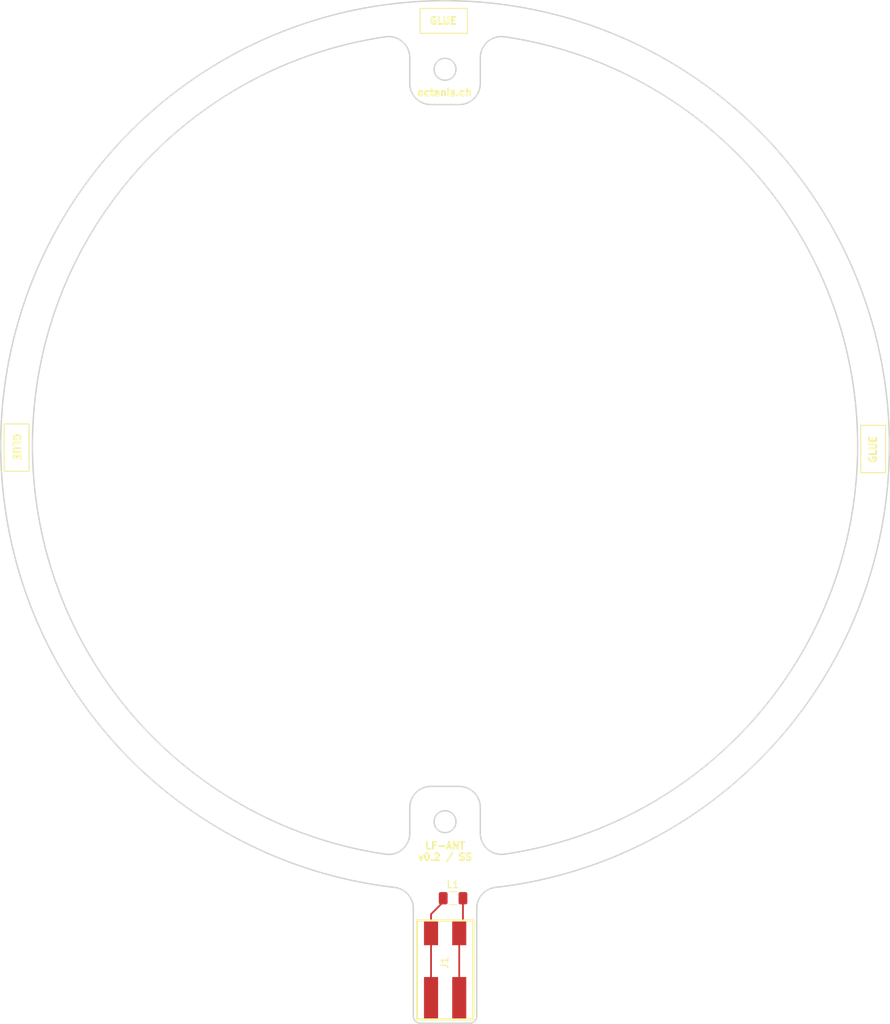
<source format=kicad_pcb>
(kicad_pcb (version 20171130) (host pcbnew "(5.1.6-0-10_14)")

  (general
    (thickness 0.8)
    (drawings 43)
    (tracks 7)
    (zones 0)
    (modules 2)
    (nets 3)
  )

  (page A4)
  (layers
    (0 F.Cu signal)
    (31 B.Cu signal)
    (32 B.Adhes user)
    (33 F.Adhes user)
    (34 B.Paste user)
    (35 F.Paste user)
    (36 B.SilkS user)
    (37 F.SilkS user)
    (38 B.Mask user)
    (39 F.Mask user)
    (40 Dwgs.User user)
    (41 Cmts.User user)
    (42 Eco1.User user)
    (43 Eco2.User user)
    (44 Edge.Cuts user)
    (45 Margin user)
    (46 B.CrtYd user)
    (47 F.CrtYd user)
    (48 B.Fab user)
    (49 F.Fab user)
  )

  (setup
    (last_trace_width 0.25)
    (trace_clearance 0.2)
    (zone_clearance 0.508)
    (zone_45_only no)
    (trace_min 0.2)
    (via_size 0.8)
    (via_drill 0.4)
    (via_min_size 0.4)
    (via_min_drill 0.3)
    (uvia_size 0.3)
    (uvia_drill 0.1)
    (uvias_allowed no)
    (uvia_min_size 0.2)
    (uvia_min_drill 0.1)
    (edge_width 0.05)
    (segment_width 0.2)
    (pcb_text_width 0.3)
    (pcb_text_size 1.5 1.5)
    (mod_edge_width 0.12)
    (mod_text_size 1 1)
    (mod_text_width 0.15)
    (pad_size 1.524 1.524)
    (pad_drill 0.762)
    (pad_to_mask_clearance 0.05)
    (aux_axis_origin 0 0)
    (visible_elements FFFFFF7F)
    (pcbplotparams
      (layerselection 0x010fc_ffffffff)
      (usegerberextensions false)
      (usegerberattributes true)
      (usegerberadvancedattributes true)
      (creategerberjobfile true)
      (excludeedgelayer true)
      (linewidth 0.100000)
      (plotframeref false)
      (viasonmask false)
      (mode 1)
      (useauxorigin false)
      (hpglpennumber 1)
      (hpglpenspeed 20)
      (hpglpendiameter 15.000000)
      (psnegative false)
      (psa4output false)
      (plotreference true)
      (plotvalue true)
      (plotinvisibletext false)
      (padsonsilk false)
      (subtractmaskfromsilk false)
      (outputformat 1)
      (mirror false)
      (drillshape 0)
      (scaleselection 1)
      (outputdirectory "gerbers"))
  )

  (net 0 "")
  (net 1 "Net-(J1-Pad1)")
  (net 2 "Net-(J1-Pad2)")

  (net_class Default "This is the default net class."
    (clearance 0.2)
    (trace_width 0.25)
    (via_dia 0.8)
    (via_drill 0.4)
    (uvia_dia 0.3)
    (uvia_drill 0.1)
    (add_net "Net-(J1-Pad1)")
    (add_net "Net-(J1-Pad2)")
  )

  (module lib_fp_global:WAGO-2060 (layer F.Cu) (tedit 5C8EACE7) (tstamp 604FEA61)
    (at 111.5 168.4 90)
    (path /61CEEDFF)
    (fp_text reference J1 (at 1 -0.08 90) (layer F.SilkS)
      (effects (font (size 1 1) (thickness 0.15)))
    )
    (fp_text value 2060-452/998-404 (at 12.7 -2.54 90) (layer F.Fab)
      (effects (font (size 1 1) (thickness 0.15)))
    )
    (fp_line (start -7 3.95) (end -7 -3.95) (layer F.CrtYd) (width 0.1))
    (fp_line (start 7 3.95) (end -7 3.95) (layer F.CrtYd) (width 0.1))
    (fp_line (start 7 -3.95) (end 7 3.95) (layer F.CrtYd) (width 0.1))
    (fp_line (start -7 -3.95) (end 7 -3.95) (layer F.CrtYd) (width 0.1))
    (fp_line (start 7 -4) (end -7 -4) (layer F.SilkS) (width 0.3))
    (fp_line (start 7 4) (end 7 -4) (layer F.SilkS) (width 0.3))
    (fp_line (start -7 4) (end 7 4) (layer F.SilkS) (width 0.3))
    (fp_line (start -7 -4) (end -7 4) (layer F.SilkS) (width 0.3))
    (pad 1 smd rect (at 5.25 -2 90) (size 3.5 2) (layers F.Cu F.Paste F.Mask)
      (net 1 "Net-(J1-Pad1)"))
    (pad 2 smd rect (at 5.25 2 90) (size 3.5 2) (layers F.Cu F.Paste F.Mask)
      (net 2 "Net-(J1-Pad2)"))
    (pad 2 smd rect (at -4 2 90) (size 6 2) (layers F.Cu F.Paste F.Mask)
      (net 2 "Net-(J1-Pad2)"))
    (pad 1 smd rect (at -4 -2 90) (size 6 2) (layers F.Cu F.Paste F.Mask)
      (net 1 "Net-(J1-Pad1)"))
    (model /Users/sam/Repositories/nestbox-electronics/3d-models/2060.step
      (offset (xyz -6.5 -4 0))
      (scale (xyz 1 1 1))
      (rotate (xyz -90 0 180))
    )
  )

  (module Resistor_SMD:R_1206_3216Metric (layer F.Cu) (tedit 5B301BBD) (tstamp 604FFA9B)
    (at 112.6236 158.242)
    (descr "Resistor SMD 1206 (3216 Metric), square (rectangular) end terminal, IPC_7351 nominal, (Body size source: http://www.tortai-tech.com/upload/download/2011102023233369053.pdf), generated with kicad-footprint-generator")
    (tags resistor)
    (path /604FD420)
    (attr smd)
    (fp_text reference L1 (at 0 -1.82) (layer F.SilkS) hide
      (effects (font (size 1 1) (thickness 0.15)))
    )
    (fp_text value L1 (at -0.0236 -1.942) (layer F.SilkS)
      (effects (font (size 1 1) (thickness 0.15)))
    )
    (fp_line (start 2.28 1.12) (end -2.28 1.12) (layer F.CrtYd) (width 0.05))
    (fp_line (start 2.28 -1.12) (end 2.28 1.12) (layer F.CrtYd) (width 0.05))
    (fp_line (start -2.28 -1.12) (end 2.28 -1.12) (layer F.CrtYd) (width 0.05))
    (fp_line (start -2.28 1.12) (end -2.28 -1.12) (layer F.CrtYd) (width 0.05))
    (fp_line (start -0.602064 0.91) (end 0.602064 0.91) (layer F.SilkS) (width 0.12))
    (fp_line (start -0.602064 -0.91) (end 0.602064 -0.91) (layer F.SilkS) (width 0.12))
    (fp_line (start 1.6 0.8) (end -1.6 0.8) (layer F.Fab) (width 0.1))
    (fp_line (start 1.6 -0.8) (end 1.6 0.8) (layer F.Fab) (width 0.1))
    (fp_line (start -1.6 -0.8) (end 1.6 -0.8) (layer F.Fab) (width 0.1))
    (fp_line (start -1.6 0.8) (end -1.6 -0.8) (layer F.Fab) (width 0.1))
    (fp_text user %R (at 0 0) (layer F.Fab)
      (effects (font (size 0.8 0.8) (thickness 0.12)))
    )
    (pad 2 smd roundrect (at 1.4 0) (size 1.25 1.75) (layers F.Cu F.Paste F.Mask) (roundrect_rratio 0.2)
      (net 2 "Net-(J1-Pad2)"))
    (pad 1 smd roundrect (at -1.4 0) (size 1.25 1.75) (layers F.Cu F.Paste F.Mask) (roundrect_rratio 0.2)
      (net 1 "Net-(J1-Pad1)"))
  )

  (gr_text octanis.ch (at 111.4 44.1) (layer F.SilkS)
    (effects (font (size 1 1) (thickness 0.25)))
  )
  (gr_text "LF-ANT\nv0.2 / SS" (at 111.5 151.6) (layer F.SilkS)
    (effects (font (size 1 1) (thickness 0.25)))
  )
  (gr_line (start 52.5018 97.7646) (end 52.5018 91.059) (layer F.SilkS) (width 0.15) (tstamp 604FF4AA))
  (gr_line (start 52.4002 91.059) (end 48.9712 91.059) (layer F.SilkS) (width 0.15) (tstamp 604FF4A9))
  (gr_line (start 48.9712 91.059) (end 48.9712 97.7646) (layer F.SilkS) (width 0.15) (tstamp 604FF4A8))
  (gr_line (start 48.9712 97.7646) (end 52.5018 97.7646) (layer F.SilkS) (width 0.15) (tstamp 604FF4A7))
  (gr_text GLUE (at 50.7492 94.3356 270) (layer F.SilkS) (tstamp 604FF4A6)
    (effects (font (size 1 1) (thickness 0.25)))
  )
  (gr_line (start 170.4086 91.2622) (end 170.4086 97.9678) (layer F.SilkS) (width 0.15) (tstamp 604FF4AA))
  (gr_line (start 170.5102 97.9678) (end 173.9392 97.9678) (layer F.SilkS) (width 0.15) (tstamp 604FF4A9))
  (gr_line (start 173.9392 97.9678) (end 173.9392 91.2622) (layer F.SilkS) (width 0.15) (tstamp 604FF4A8))
  (gr_line (start 173.9392 91.2622) (end 170.4086 91.2622) (layer F.SilkS) (width 0.15) (tstamp 604FF4A7))
  (gr_text GLUE (at 172.1612 94.6912 90) (layer F.SilkS) (tstamp 604FF4A6)
    (effects (font (size 1 1) (thickness 0.25)))
  )
  (gr_line (start 114.6556 32.2072) (end 107.95 32.2072) (layer F.SilkS) (width 0.15))
  (gr_line (start 114.6556 35.7378) (end 114.6556 32.2072) (layer F.SilkS) (width 0.15))
  (gr_line (start 107.95 35.7378) (end 114.6556 35.7378) (layer F.SilkS) (width 0.15))
  (gr_line (start 107.95 32.3088) (end 107.95 35.7378) (layer F.SilkS) (width 0.15))
  (gr_text GLUE (at 111.2266 33.9598) (layer F.SilkS)
    (effects (font (size 1 1) (thickness 0.25)))
  )
  (gr_line (start 106.985801 174.9542) (end 106.985801 159.687599) (layer Edge.Cuts) (width 0.2) (tstamp 61CF51BC))
  (gr_line (start 106.485801 42.829187) (end 106.485801 39.194723) (layer Edge.Cuts) (width 0.2))
  (gr_arc (start 109.485801 42.829187) (end 106.485801 42.829187) (angle -90) (layer Edge.Cuts) (width 0.2))
  (gr_line (start 113.4858 45.829187) (end 109.485801 45.829187) (layer Edge.Cuts) (width 0.2))
  (gr_arc (start 107.985801 174.9542) (end 106.985801 174.9542) (angle -90) (layer Edge.Cuts) (width 0.2) (tstamp 61CF51B9))
  (gr_arc (start 113.4858 42.829187) (end 113.4858 45.829187) (angle -90) (layer Edge.Cuts) (width 0.2))
  (gr_line (start 116.4858 39.194723) (end 116.4858 42.829187) (layer Edge.Cuts) (width 0.2))
  (gr_arc (start 119.4858 39.194723) (end 119.918232 36.226053) (angle -98.28772162) (layer Edge.Cuts) (width 0.2))
  (gr_arc (start 111.4858 94.11512) (end 119.918232 152.004187) (angle -163.4245568) (layer Edge.Cuts) (width 0.2))
  (gr_arc (start 119.4858 149.035517) (end 116.4858 149.035517) (angle -98.28772162) (layer Edge.Cuts) (width 0.2))
  (gr_line (start 116.4858 145.401053) (end 116.4858 149.035517) (layer Edge.Cuts) (width 0.2))
  (gr_arc (start 114.9858 174.9542) (end 114.9858 175.9542) (angle -90) (layer Edge.Cuts) (width 0.2) (tstamp 61CF51B3))
  (gr_line (start 115.9858 159.687599) (end 115.9858 174.9542) (layer Edge.Cuts) (width 0.2) (tstamp 61CF51B6))
  (gr_arc (start 118.9858 159.687599) (end 118.644891 156.707032) (angle -83.47502116) (layer Edge.Cuts) (width 0.2))
  (gr_circle (center 111.4858 147.401053) (end 109.935801 147.401053) (layer Edge.Cuts) (width 0.2))
  (gr_circle (center 111.4858 40.829187) (end 109.935801 40.829187) (layer Edge.Cuts) (width 0.2))
  (gr_arc (start 113.4858 145.401053) (end 116.4858 145.401053) (angle -90) (layer Edge.Cuts) (width 0.2))
  (gr_line (start 109.485801 142.401053) (end 113.4858 142.401053) (layer Edge.Cuts) (width 0.2))
  (gr_arc (start 109.485801 145.401053) (end 109.485801 142.401053) (angle -90) (layer Edge.Cuts) (width 0.2))
  (gr_line (start 106.485801 149.035517) (end 106.485801 145.401053) (layer Edge.Cuts) (width 0.2))
  (gr_arc (start 103.485801 149.035517) (end 103.053368 152.004187) (angle -98.28772162) (layer Edge.Cuts) (width 0.2))
  (gr_arc (start 111.4858 94.11512) (end 103.053368 36.226053) (angle -163.4245568) (layer Edge.Cuts) (width 0.2))
  (gr_arc (start 103.485801 39.194723) (end 106.485801 39.194723) (angle -98.28772162) (layer Edge.Cuts) (width 0.2))
  (gr_arc (start 111.4858 94.11512) (end 118.644891 156.707032) (angle -346.9500423) (layer Edge.Cuts) (width 0.2))
  (gr_arc (start 103.985801 159.687599) (end 106.985801 159.687599) (angle -83.47502116) (layer Edge.Cuts) (width 0.2))
  (gr_line (start 114.9858 175.9542) (end 107.985801 175.9542) (layer Edge.Cuts) (width 0.2) (tstamp 61CF51B0))

  (segment (start 111.2236 158.242) (end 111.2236 158.7764) (width 0.25) (layer F.Cu) (net 1))
  (segment (start 109.5 160.5) (end 109.5 163.15) (width 0.25) (layer F.Cu) (net 1))
  (segment (start 111.2236 158.7764) (end 109.5 160.5) (width 0.25) (layer F.Cu) (net 1))
  (segment (start 109.5 163.15) (end 109.5 172.4) (width 0.25) (layer F.Cu) (net 1))
  (segment (start 113.5 172.4) (end 113.5 163.15) (width 0.25) (layer F.Cu) (net 2))
  (segment (start 114.0236 162.6264) (end 113.5 163.15) (width 0.25) (layer F.Cu) (net 2))
  (segment (start 114.0236 158.242) (end 114.0236 162.6264) (width 0.25) (layer F.Cu) (net 2))

)

</source>
